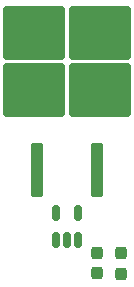
<source format=gbr>
%TF.GenerationSoftware,KiCad,Pcbnew,7.0.2*%
%TF.CreationDate,2024-03-28T22:10:04-05:00*%
%TF.ProjectId,Relay_board_hardware,52656c61-795f-4626-9f61-72645f686172,rev?*%
%TF.SameCoordinates,Original*%
%TF.FileFunction,Paste,Bot*%
%TF.FilePolarity,Positive*%
%FSLAX46Y46*%
G04 Gerber Fmt 4.6, Leading zero omitted, Abs format (unit mm)*
G04 Created by KiCad (PCBNEW 7.0.2) date 2024-03-28 22:10:04*
%MOMM*%
%LPD*%
G01*
G04 APERTURE LIST*
G04 Aperture macros list*
%AMRoundRect*
0 Rectangle with rounded corners*
0 $1 Rounding radius*
0 $2 $3 $4 $5 $6 $7 $8 $9 X,Y pos of 4 corners*
0 Add a 4 corners polygon primitive as box body*
4,1,4,$2,$3,$4,$5,$6,$7,$8,$9,$2,$3,0*
0 Add four circle primitives for the rounded corners*
1,1,$1+$1,$2,$3*
1,1,$1+$1,$4,$5*
1,1,$1+$1,$6,$7*
1,1,$1+$1,$8,$9*
0 Add four rect primitives between the rounded corners*
20,1,$1+$1,$2,$3,$4,$5,0*
20,1,$1+$1,$4,$5,$6,$7,0*
20,1,$1+$1,$6,$7,$8,$9,0*
20,1,$1+$1,$8,$9,$2,$3,0*%
G04 Aperture macros list end*
%ADD10RoundRect,0.237500X0.237500X-0.300000X0.237500X0.300000X-0.237500X0.300000X-0.237500X-0.300000X0*%
%ADD11RoundRect,0.150000X0.150000X-0.512500X0.150000X0.512500X-0.150000X0.512500X-0.150000X-0.512500X0*%
%ADD12RoundRect,0.250000X0.300000X-2.050000X0.300000X2.050000X-0.300000X2.050000X-0.300000X-2.050000X0*%
%ADD13RoundRect,0.250000X2.375000X-2.025000X2.375000X2.025000X-2.375000X2.025000X-2.375000X-2.025000X0*%
G04 APERTURE END LIST*
D10*
%TO.C,C1*%
X144018000Y-103960000D03*
X144018000Y-102235000D03*
%TD*%
%TO.C,C2*%
X146050000Y-103986500D03*
X146050000Y-102261500D03*
%TD*%
D11*
%TO.C,U2*%
X142428000Y-101092000D03*
X141478000Y-101092000D03*
X140528000Y-101092000D03*
X140528000Y-98817000D03*
X142428000Y-98817000D03*
%TD*%
D12*
%TO.C,Q1*%
X144018000Y-95183000D03*
D13*
X138703000Y-88458000D03*
X144253000Y-88458000D03*
X138703000Y-83608000D03*
X144253000Y-83608000D03*
D12*
X138938000Y-95183000D03*
%TD*%
M02*

</source>
